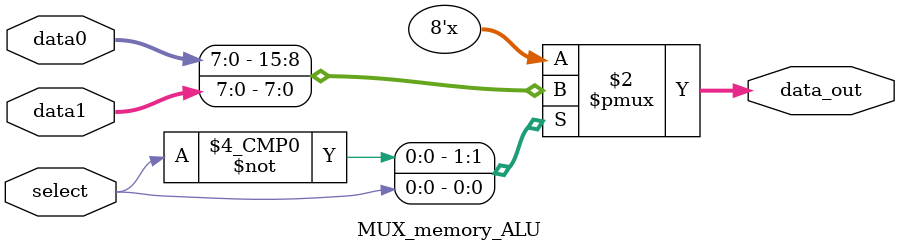
<source format=v>
module MUX_memory_ALU(input select, input [7:0] data0, input [7:0] data1, output reg [7:0] data_out);
	always @ (*) begin
		data_out = 8'b00000000;
		case(select)
			1'b0: data_out = data0;
			1'b1: data_out = data1;
		endcase
	end
endmodule

</source>
